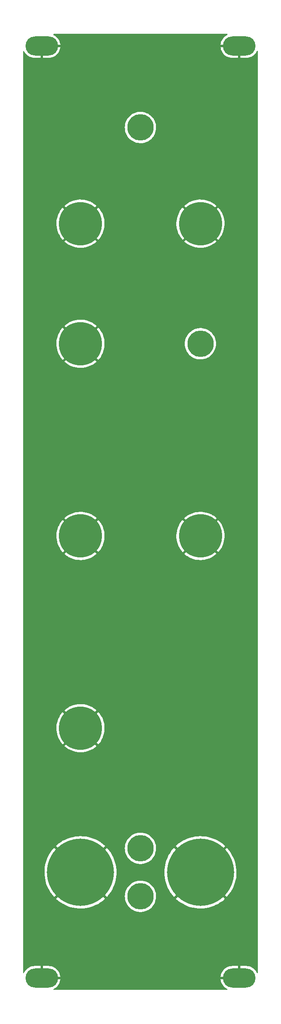
<source format=gbl>
G04 #@! TF.GenerationSoftware,KiCad,Pcbnew,6.0.2-378541a8eb~116~ubuntu20.04.1*
G04 #@! TF.CreationDate,2022-03-12T15:32:27-05:00*
G04 #@! TF.ProjectId,irinput_panel,6972696e-7075-4745-9f70-616e656c2e6b,rev?*
G04 #@! TF.SameCoordinates,Original*
G04 #@! TF.FileFunction,Copper,L2,Bot*
G04 #@! TF.FilePolarity,Positive*
%FSLAX46Y46*%
G04 Gerber Fmt 4.6, Leading zero omitted, Abs format (unit mm)*
G04 Created by KiCad (PCBNEW 6.0.2-378541a8eb~116~ubuntu20.04.1) date 2022-03-12 15:32:27*
%MOMM*%
%LPD*%
G01*
G04 APERTURE LIST*
G04 #@! TA.AperFunction,ComponentPad*
%ADD10C,9.000000*%
G04 #@! TD*
G04 #@! TA.AperFunction,ComponentPad*
%ADD11C,14.000000*%
G04 #@! TD*
G04 #@! TA.AperFunction,ComponentPad*
%ADD12C,5.500000*%
G04 #@! TD*
G04 #@! TA.AperFunction,ComponentPad*
%ADD13O,6.800000X4.000000*%
G04 #@! TD*
G04 APERTURE END LIST*
D10*
G04 #@! TO.P,H7,1*
G04 #@! TO.N,GND*
X16100000Y-112600000D03*
G04 #@! TD*
G04 #@! TO.P,H4,1*
G04 #@! TO.N,GND*
X16100000Y-152600000D03*
G04 #@! TD*
D11*
G04 #@! TO.P,H1,1*
G04 #@! TO.N,GND*
X16100000Y-182600000D03*
G04 #@! TD*
D12*
G04 #@! TO.P,H8,1*
G04 #@! TO.N,N/C*
X28600000Y-27600000D03*
G04 #@! TD*
D11*
G04 #@! TO.P,H2,1*
G04 #@! TO.N,GND*
X41100000Y-182600000D03*
G04 #@! TD*
D10*
G04 #@! TO.P,H3,1*
G04 #@! TO.N,GND*
X16100000Y-47600000D03*
G04 #@! TD*
G04 #@! TO.P,H5,1*
G04 #@! TO.N,GND*
X16100000Y-72600000D03*
G04 #@! TD*
D12*
G04 #@! TO.P,H9,1*
G04 #@! TO.N,N/C*
X28600000Y-187600000D03*
G04 #@! TD*
D10*
G04 #@! TO.P,H12,1*
G04 #@! TO.N,GND*
X41100000Y-47600000D03*
G04 #@! TD*
D13*
G04 #@! TO.P,H14,1*
G04 #@! TO.N,GND*
X8000000Y-204600000D03*
X8000000Y-10600000D03*
G04 #@! TD*
D10*
G04 #@! TO.P,H6,1*
G04 #@! TO.N,GND*
X41100000Y-112600000D03*
G04 #@! TD*
D12*
G04 #@! TO.P,H10,1*
G04 #@! TO.N,N/C*
X28600000Y-177600000D03*
G04 #@! TD*
G04 #@! TO.P,H11,1*
G04 #@! TO.N,N/C*
X41100000Y-72600000D03*
G04 #@! TD*
D13*
G04 #@! TO.P,H13,1*
G04 #@! TO.N,GND*
X49200000Y-204600000D03*
X49200000Y-10600000D03*
G04 #@! TD*
G04 #@! TA.AperFunction,Conductor*
G04 #@! TO.N,GND*
G36*
X46709823Y-8128002D02*
G01*
X46756316Y-8181658D01*
X46766420Y-8251932D01*
X46736926Y-8316512D01*
X46695350Y-8348008D01*
X46592959Y-8396189D01*
X46586026Y-8400001D01*
X46326271Y-8564847D01*
X46319868Y-8569498D01*
X46082813Y-8765607D01*
X46077046Y-8771023D01*
X45866443Y-8995293D01*
X45861404Y-9001384D01*
X45680570Y-9250281D01*
X45676330Y-9256961D01*
X45528110Y-9526572D01*
X45524753Y-9533707D01*
X45411492Y-9819770D01*
X45409047Y-9827296D01*
X45332538Y-10125279D01*
X45331055Y-10133050D01*
X45306425Y-10328026D01*
X45308728Y-10342306D01*
X45321720Y-10346000D01*
X49328000Y-10346000D01*
X49396121Y-10366002D01*
X49442614Y-10419658D01*
X49454000Y-10472000D01*
X49454000Y-13089885D01*
X49458475Y-13105124D01*
X49459865Y-13106329D01*
X49467548Y-13108000D01*
X50676829Y-13108000D01*
X50680820Y-13107874D01*
X50910994Y-13093393D01*
X50918855Y-13092400D01*
X51221046Y-13034754D01*
X51228723Y-13032783D01*
X51521309Y-12937716D01*
X51528672Y-12934801D01*
X51807041Y-12803811D01*
X51813974Y-12799999D01*
X52073729Y-12635153D01*
X52080132Y-12630502D01*
X52317187Y-12434393D01*
X52322954Y-12428977D01*
X52533557Y-12204707D01*
X52538596Y-12198616D01*
X52719430Y-11949719D01*
X52723670Y-11943039D01*
X52855585Y-11703086D01*
X52905931Y-11653027D01*
X52975348Y-11638134D01*
X53041797Y-11663135D01*
X53084181Y-11720092D01*
X53092000Y-11763787D01*
X53092000Y-203436213D01*
X53071998Y-203504334D01*
X53018342Y-203550827D01*
X52948068Y-203560931D01*
X52883488Y-203531437D01*
X52855585Y-203496914D01*
X52723670Y-203256961D01*
X52719430Y-203250281D01*
X52538596Y-203001384D01*
X52533557Y-202995293D01*
X52322954Y-202771023D01*
X52317187Y-202765607D01*
X52080132Y-202569498D01*
X52073729Y-202564847D01*
X51813974Y-202400001D01*
X51807041Y-202396189D01*
X51528672Y-202265199D01*
X51521309Y-202262284D01*
X51228723Y-202167217D01*
X51221046Y-202165246D01*
X50918855Y-202107600D01*
X50910994Y-202106607D01*
X50680820Y-202092126D01*
X50676829Y-202092000D01*
X49472115Y-202092000D01*
X49456876Y-202096475D01*
X49455671Y-202097865D01*
X49454000Y-202105548D01*
X49454000Y-204728000D01*
X49433998Y-204796121D01*
X49380342Y-204842614D01*
X49328000Y-204854000D01*
X45322269Y-204854000D01*
X45308392Y-204858075D01*
X45306355Y-204871426D01*
X45331055Y-205066950D01*
X45332538Y-205074721D01*
X45409047Y-205372704D01*
X45411492Y-205380230D01*
X45524753Y-205666293D01*
X45528110Y-205673428D01*
X45676330Y-205943039D01*
X45680570Y-205949719D01*
X45861404Y-206198616D01*
X45866443Y-206204707D01*
X46077046Y-206428977D01*
X46082813Y-206434393D01*
X46319868Y-206630502D01*
X46326271Y-206635153D01*
X46586026Y-206799999D01*
X46592959Y-206803811D01*
X46695350Y-206851992D01*
X46748471Y-206899095D01*
X46767694Y-206967439D01*
X46746915Y-207035327D01*
X46692732Y-207081204D01*
X46641702Y-207092000D01*
X10558298Y-207092000D01*
X10490177Y-207071998D01*
X10443684Y-207018342D01*
X10433580Y-206948068D01*
X10463074Y-206883488D01*
X10504650Y-206851992D01*
X10607041Y-206803811D01*
X10613974Y-206799999D01*
X10873729Y-206635153D01*
X10880132Y-206630502D01*
X11117187Y-206434393D01*
X11122954Y-206428977D01*
X11333557Y-206204707D01*
X11338596Y-206198616D01*
X11519430Y-205949719D01*
X11523670Y-205943039D01*
X11671890Y-205673428D01*
X11675247Y-205666293D01*
X11788508Y-205380230D01*
X11790953Y-205372704D01*
X11867462Y-205074721D01*
X11868945Y-205066950D01*
X11893575Y-204871974D01*
X11891272Y-204857694D01*
X11878280Y-204854000D01*
X7872000Y-204854000D01*
X7803879Y-204833998D01*
X7757386Y-204780342D01*
X7746000Y-204728000D01*
X7746000Y-204327885D01*
X8254000Y-204327885D01*
X8258475Y-204343124D01*
X8259865Y-204344329D01*
X8267548Y-204346000D01*
X11877731Y-204346000D01*
X11891608Y-204341925D01*
X11893645Y-204328574D01*
X11893576Y-204328026D01*
X45306425Y-204328026D01*
X45308728Y-204342306D01*
X45321720Y-204346000D01*
X48927885Y-204346000D01*
X48943124Y-204341525D01*
X48944329Y-204340135D01*
X48946000Y-204332452D01*
X48946000Y-202110115D01*
X48941525Y-202094876D01*
X48940135Y-202093671D01*
X48932452Y-202092000D01*
X47723171Y-202092000D01*
X47719180Y-202092126D01*
X47489006Y-202106607D01*
X47481145Y-202107600D01*
X47178954Y-202165246D01*
X47171277Y-202167217D01*
X46878691Y-202262284D01*
X46871328Y-202265199D01*
X46592959Y-202396189D01*
X46586026Y-202400001D01*
X46326271Y-202564847D01*
X46319868Y-202569498D01*
X46082813Y-202765607D01*
X46077046Y-202771023D01*
X45866443Y-202995293D01*
X45861404Y-203001384D01*
X45680570Y-203250281D01*
X45676330Y-203256961D01*
X45528110Y-203526572D01*
X45524753Y-203533707D01*
X45411492Y-203819770D01*
X45409047Y-203827296D01*
X45332538Y-204125279D01*
X45331055Y-204133050D01*
X45306425Y-204328026D01*
X11893576Y-204328026D01*
X11868945Y-204133050D01*
X11867462Y-204125279D01*
X11790953Y-203827296D01*
X11788508Y-203819770D01*
X11675247Y-203533707D01*
X11671890Y-203526572D01*
X11523670Y-203256961D01*
X11519430Y-203250281D01*
X11338596Y-203001384D01*
X11333557Y-202995293D01*
X11122954Y-202771023D01*
X11117187Y-202765607D01*
X10880132Y-202569498D01*
X10873729Y-202564847D01*
X10613974Y-202400001D01*
X10607041Y-202396189D01*
X10328672Y-202265199D01*
X10321309Y-202262284D01*
X10028723Y-202167217D01*
X10021046Y-202165246D01*
X9718855Y-202107600D01*
X9710994Y-202106607D01*
X9480820Y-202092126D01*
X9476829Y-202092000D01*
X8272115Y-202092000D01*
X8256876Y-202096475D01*
X8255671Y-202097865D01*
X8254000Y-202105548D01*
X8254000Y-204327885D01*
X7746000Y-204327885D01*
X7746000Y-202110115D01*
X7741525Y-202094876D01*
X7740135Y-202093671D01*
X7732452Y-202092000D01*
X6523171Y-202092000D01*
X6519180Y-202092126D01*
X6289006Y-202106607D01*
X6281145Y-202107600D01*
X5978954Y-202165246D01*
X5971277Y-202167217D01*
X5678691Y-202262284D01*
X5671328Y-202265199D01*
X5392959Y-202396189D01*
X5386026Y-202400001D01*
X5126271Y-202564847D01*
X5119868Y-202569498D01*
X4882813Y-202765607D01*
X4877046Y-202771023D01*
X4666443Y-202995293D01*
X4661404Y-203001384D01*
X4480570Y-203250281D01*
X4476330Y-203256961D01*
X4344415Y-203496914D01*
X4294069Y-203546973D01*
X4224652Y-203561866D01*
X4158203Y-203536865D01*
X4115819Y-203479908D01*
X4108000Y-203436213D01*
X4108000Y-188087102D01*
X10978438Y-188087102D01*
X10978462Y-188087441D01*
X10984285Y-188096073D01*
X11228991Y-188319913D01*
X11232445Y-188322852D01*
X11650430Y-188653550D01*
X11654067Y-188656222D01*
X12094618Y-188956182D01*
X12098446Y-188958593D01*
X12559337Y-189226300D01*
X12563309Y-189228421D01*
X13042148Y-189462483D01*
X13046284Y-189464325D01*
X13540627Y-189663551D01*
X13544871Y-189665087D01*
X14052218Y-189828467D01*
X14056539Y-189829689D01*
X14574254Y-189956374D01*
X14578695Y-189957294D01*
X15104141Y-190046637D01*
X15108595Y-190047232D01*
X15639106Y-190098782D01*
X15643579Y-190099056D01*
X16176427Y-190112543D01*
X16180930Y-190112496D01*
X16713352Y-190087853D01*
X16717836Y-190087485D01*
X17247152Y-190024836D01*
X17251591Y-190024149D01*
X17775087Y-189923814D01*
X17779446Y-189922815D01*
X18294414Y-189785311D01*
X18298727Y-189783992D01*
X18802525Y-189610028D01*
X18806740Y-189608402D01*
X19296805Y-189398866D01*
X19300892Y-189396943D01*
X19774731Y-189152900D01*
X19778658Y-189150696D01*
X20233828Y-188873404D01*
X20237624Y-188870901D01*
X20671786Y-188561788D01*
X20675372Y-188559036D01*
X21086362Y-188219640D01*
X21089705Y-188216672D01*
X21213630Y-188098453D01*
X21221568Y-188084695D01*
X21221518Y-188083649D01*
X21216625Y-188075835D01*
X16112812Y-182972022D01*
X16098868Y-182964408D01*
X16097035Y-182964539D01*
X16090420Y-182968790D01*
X10986052Y-188073158D01*
X10978438Y-188087102D01*
X4108000Y-188087102D01*
X4108000Y-182650201D01*
X8587236Y-182650201D01*
X8587267Y-182654699D01*
X8610052Y-183187215D01*
X8610404Y-183191696D01*
X8671206Y-183721240D01*
X8671874Y-183725659D01*
X8770381Y-184249497D01*
X8771370Y-184253884D01*
X8907070Y-184769308D01*
X8908381Y-184773648D01*
X9080581Y-185278039D01*
X9082188Y-185282249D01*
X9290028Y-185773079D01*
X9291917Y-185777129D01*
X9534314Y-186251836D01*
X9536507Y-186255776D01*
X9812217Y-186711925D01*
X9814678Y-186715685D01*
X10122290Y-187150947D01*
X10125036Y-187154552D01*
X10462987Y-187566712D01*
X10465944Y-187570066D01*
X10601751Y-187713428D01*
X10615482Y-187721415D01*
X10616410Y-187721374D01*
X10624399Y-187716391D01*
X15727978Y-182612812D01*
X15734356Y-182601132D01*
X16464408Y-182601132D01*
X16464539Y-182602965D01*
X16468790Y-182609580D01*
X21573389Y-187714179D01*
X21587333Y-187721793D01*
X21587556Y-187721778D01*
X21596338Y-187715831D01*
X21711898Y-187588609D01*
X25336734Y-187588609D01*
X25354591Y-187941106D01*
X25355128Y-187944461D01*
X25355129Y-187944467D01*
X25393957Y-188186878D01*
X25410412Y-188289613D01*
X25503546Y-188630053D01*
X25632903Y-188958443D01*
X25634486Y-188961458D01*
X25795384Y-189267926D01*
X25795389Y-189267934D01*
X25796968Y-189270942D01*
X25798862Y-189273760D01*
X25798867Y-189273769D01*
X25818518Y-189303012D01*
X25993824Y-189563895D01*
X26221167Y-189833873D01*
X26223627Y-189836224D01*
X26223630Y-189836227D01*
X26473875Y-190075366D01*
X26473882Y-190075372D01*
X26476338Y-190077719D01*
X26756351Y-190292581D01*
X26759269Y-190294355D01*
X27055017Y-190474173D01*
X27055022Y-190474176D01*
X27057932Y-190475945D01*
X27061020Y-190477391D01*
X27061019Y-190477391D01*
X27374468Y-190624222D01*
X27374478Y-190624226D01*
X27377552Y-190625666D01*
X27380770Y-190626768D01*
X27380773Y-190626769D01*
X27708241Y-190738887D01*
X27708245Y-190738888D01*
X27711472Y-190739993D01*
X27714802Y-190740743D01*
X27714811Y-190740746D01*
X27958164Y-190795587D01*
X28055786Y-190817587D01*
X28059171Y-190817973D01*
X28059179Y-190817974D01*
X28403083Y-190857157D01*
X28403091Y-190857157D01*
X28406466Y-190857542D01*
X28409870Y-190857560D01*
X28409873Y-190857560D01*
X28601627Y-190858564D01*
X28759411Y-190859390D01*
X28762797Y-190859040D01*
X28762799Y-190859040D01*
X29107098Y-190823461D01*
X29107107Y-190823460D01*
X29110490Y-190823110D01*
X29113823Y-190822396D01*
X29113826Y-190822395D01*
X29283692Y-190785979D01*
X29455598Y-190749125D01*
X29790697Y-190638301D01*
X30111867Y-190491936D01*
X30205405Y-190436397D01*
X30412407Y-190313489D01*
X30412412Y-190313486D01*
X30415352Y-190311740D01*
X30440870Y-190292581D01*
X30694867Y-190101874D01*
X30697600Y-190099822D01*
X30955310Y-189858661D01*
X31185468Y-189591078D01*
X31385380Y-189300203D01*
X31386992Y-189297209D01*
X31386997Y-189297201D01*
X31551087Y-188992452D01*
X31552709Y-188989440D01*
X31685498Y-188662422D01*
X31693816Y-188633223D01*
X31781257Y-188326254D01*
X31782191Y-188322976D01*
X31822510Y-188087102D01*
X35978438Y-188087102D01*
X35978462Y-188087441D01*
X35984285Y-188096073D01*
X36228991Y-188319913D01*
X36232445Y-188322852D01*
X36650430Y-188653550D01*
X36654067Y-188656222D01*
X37094618Y-188956182D01*
X37098446Y-188958593D01*
X37559337Y-189226300D01*
X37563309Y-189228421D01*
X38042148Y-189462483D01*
X38046284Y-189464325D01*
X38540627Y-189663551D01*
X38544871Y-189665087D01*
X39052218Y-189828467D01*
X39056539Y-189829689D01*
X39574254Y-189956374D01*
X39578695Y-189957294D01*
X40104141Y-190046637D01*
X40108595Y-190047232D01*
X40639106Y-190098782D01*
X40643579Y-190099056D01*
X41176427Y-190112543D01*
X41180930Y-190112496D01*
X41713352Y-190087853D01*
X41717836Y-190087485D01*
X42247152Y-190024836D01*
X42251591Y-190024149D01*
X42775087Y-189923814D01*
X42779446Y-189922815D01*
X43294414Y-189785311D01*
X43298727Y-189783992D01*
X43802525Y-189610028D01*
X43806740Y-189608402D01*
X44296805Y-189398866D01*
X44300892Y-189396943D01*
X44774731Y-189152900D01*
X44778658Y-189150696D01*
X45233828Y-188873404D01*
X45237624Y-188870901D01*
X45671786Y-188561788D01*
X45675372Y-188559036D01*
X46086362Y-188219640D01*
X46089705Y-188216672D01*
X46213630Y-188098453D01*
X46221568Y-188084695D01*
X46221518Y-188083649D01*
X46216625Y-188075835D01*
X41112812Y-182972022D01*
X41098868Y-182964408D01*
X41097035Y-182964539D01*
X41090420Y-182968790D01*
X35986052Y-188073158D01*
X35978438Y-188087102D01*
X31822510Y-188087102D01*
X31823100Y-188083649D01*
X31841087Y-187978420D01*
X31841087Y-187978418D01*
X31841659Y-187975073D01*
X31843945Y-187937711D01*
X31863096Y-187624580D01*
X31863206Y-187622782D01*
X31863286Y-187600000D01*
X31844199Y-187247567D01*
X31787161Y-186899257D01*
X31692839Y-186559145D01*
X31689849Y-186551630D01*
X31563597Y-186234372D01*
X31562338Y-186231208D01*
X31397182Y-185919283D01*
X31390579Y-185909530D01*
X31201211Y-185629834D01*
X31201204Y-185629825D01*
X31199305Y-185627020D01*
X31197109Y-185624430D01*
X31197104Y-185624424D01*
X31108715Y-185520201D01*
X30971021Y-185357837D01*
X30715001Y-185114883D01*
X30712294Y-185112821D01*
X30712286Y-185112814D01*
X30553809Y-184992088D01*
X30434239Y-184901000D01*
X30132020Y-184718689D01*
X30128930Y-184717255D01*
X30128925Y-184717252D01*
X29924903Y-184622549D01*
X29811879Y-184570085D01*
X29808654Y-184568993D01*
X29808648Y-184568991D01*
X29480798Y-184458020D01*
X29480793Y-184458018D01*
X29477562Y-184456925D01*
X29463832Y-184453881D01*
X29394730Y-184438562D01*
X29132979Y-184380533D01*
X29008353Y-184366774D01*
X28785543Y-184342175D01*
X28785538Y-184342175D01*
X28782162Y-184341802D01*
X28778763Y-184341796D01*
X28778762Y-184341796D01*
X28612289Y-184341506D01*
X28429213Y-184341186D01*
X28298206Y-184355187D01*
X28081646Y-184378330D01*
X28081640Y-184378331D01*
X28078262Y-184378692D01*
X27733414Y-184453881D01*
X27398704Y-184565873D01*
X27078047Y-184713359D01*
X26775194Y-184894613D01*
X26493687Y-185107515D01*
X26236820Y-185349574D01*
X26007598Y-185617959D01*
X25808702Y-185909530D01*
X25642458Y-186220876D01*
X25641183Y-186224048D01*
X25641181Y-186224052D01*
X25637033Y-186234372D01*
X25510813Y-186548355D01*
X25509894Y-186551623D01*
X25509892Y-186551630D01*
X25464835Y-186711925D01*
X25415304Y-186888136D01*
X25414743Y-186891489D01*
X25414742Y-186891493D01*
X25357614Y-187232880D01*
X25357051Y-187236245D01*
X25336734Y-187588609D01*
X21711898Y-187588609D01*
X21836905Y-187450987D01*
X21839793Y-187447570D01*
X22169044Y-187028414D01*
X22171701Y-187024771D01*
X22470130Y-186583164D01*
X22472526Y-186579329D01*
X22738617Y-186117514D01*
X22740726Y-186113531D01*
X22973116Y-185633878D01*
X22974941Y-185629741D01*
X23172446Y-185134690D01*
X23173961Y-185130460D01*
X23335567Y-184622549D01*
X23336781Y-184618202D01*
X23461661Y-184100034D01*
X23462555Y-184095638D01*
X23550064Y-183569885D01*
X23550649Y-183565380D01*
X23600363Y-183034517D01*
X23600613Y-183030439D01*
X23611566Y-182650201D01*
X33587236Y-182650201D01*
X33587267Y-182654699D01*
X33610052Y-183187215D01*
X33610404Y-183191696D01*
X33671206Y-183721240D01*
X33671874Y-183725659D01*
X33770381Y-184249497D01*
X33771370Y-184253884D01*
X33907070Y-184769308D01*
X33908381Y-184773648D01*
X34080581Y-185278039D01*
X34082188Y-185282249D01*
X34290028Y-185773079D01*
X34291917Y-185777129D01*
X34534314Y-186251836D01*
X34536507Y-186255776D01*
X34812217Y-186711925D01*
X34814678Y-186715685D01*
X35122290Y-187150947D01*
X35125036Y-187154552D01*
X35462987Y-187566712D01*
X35465944Y-187570066D01*
X35601751Y-187713428D01*
X35615482Y-187721415D01*
X35616410Y-187721374D01*
X35624399Y-187716391D01*
X40727978Y-182612812D01*
X40734356Y-182601132D01*
X41464408Y-182601132D01*
X41464539Y-182602965D01*
X41468790Y-182609580D01*
X46573389Y-187714179D01*
X46587333Y-187721793D01*
X46587556Y-187721778D01*
X46596338Y-187715831D01*
X46836905Y-187450987D01*
X46839793Y-187447570D01*
X47169044Y-187028414D01*
X47171701Y-187024771D01*
X47470130Y-186583164D01*
X47472526Y-186579329D01*
X47738617Y-186117514D01*
X47740726Y-186113531D01*
X47973116Y-185633878D01*
X47974941Y-185629741D01*
X48172446Y-185134690D01*
X48173961Y-185130460D01*
X48335567Y-184622549D01*
X48336781Y-184618202D01*
X48461661Y-184100034D01*
X48462555Y-184095638D01*
X48550064Y-183569885D01*
X48550649Y-183565380D01*
X48600363Y-183034517D01*
X48600613Y-183030439D01*
X48612954Y-182602024D01*
X48612939Y-182597967D01*
X48593866Y-182065096D01*
X48593544Y-182060601D01*
X48536442Y-181530662D01*
X48535800Y-181526211D01*
X48440955Y-181001710D01*
X48439999Y-180997327D01*
X48307892Y-180480933D01*
X48306630Y-180476645D01*
X48137938Y-179971015D01*
X48136370Y-179966818D01*
X47931966Y-179474558D01*
X47930088Y-179470456D01*
X47691023Y-178994094D01*
X47688855Y-178990133D01*
X47416347Y-178532090D01*
X47413891Y-178528279D01*
X47109331Y-178090890D01*
X47106624Y-178087284D01*
X46771552Y-177672765D01*
X46768609Y-177669380D01*
X46598034Y-177486780D01*
X46584361Y-177478698D01*
X46583667Y-177478724D01*
X46575320Y-177483890D01*
X41472022Y-182587188D01*
X41464408Y-182601132D01*
X40734356Y-182601132D01*
X40735592Y-182598868D01*
X40735461Y-182597035D01*
X40731210Y-182590420D01*
X35627007Y-177486217D01*
X35613063Y-177478603D01*
X35612606Y-177478635D01*
X35604130Y-177484332D01*
X35397104Y-177709077D01*
X35394190Y-177712477D01*
X35062015Y-178129331D01*
X35059344Y-178132941D01*
X34757831Y-178572465D01*
X34755409Y-178576283D01*
X34486107Y-179036216D01*
X34483964Y-179040196D01*
X34248233Y-179518211D01*
X34246376Y-179522343D01*
X34045427Y-180015984D01*
X34043874Y-180020230D01*
X33878729Y-180526984D01*
X33877484Y-180531326D01*
X33748991Y-181048608D01*
X33748067Y-181052991D01*
X33656885Y-181578152D01*
X33656274Y-181582609D01*
X33602873Y-182112930D01*
X33602583Y-182117413D01*
X33587236Y-182650201D01*
X23611566Y-182650201D01*
X23612954Y-182602024D01*
X23612939Y-182597967D01*
X23593866Y-182065096D01*
X23593544Y-182060601D01*
X23536442Y-181530662D01*
X23535800Y-181526211D01*
X23440955Y-181001710D01*
X23439999Y-180997327D01*
X23307892Y-180480933D01*
X23306630Y-180476645D01*
X23137938Y-179971015D01*
X23136370Y-179966818D01*
X22931966Y-179474558D01*
X22930088Y-179470456D01*
X22691023Y-178994094D01*
X22688855Y-178990133D01*
X22416347Y-178532090D01*
X22413891Y-178528279D01*
X22109331Y-178090890D01*
X22106624Y-178087284D01*
X21771552Y-177672765D01*
X21768609Y-177669380D01*
X21693157Y-177588609D01*
X25336734Y-177588609D01*
X25354591Y-177941106D01*
X25355128Y-177944461D01*
X25355129Y-177944467D01*
X25393957Y-178186878D01*
X25410412Y-178289613D01*
X25503546Y-178630053D01*
X25632903Y-178958443D01*
X25634486Y-178961458D01*
X25795384Y-179267926D01*
X25795389Y-179267934D01*
X25796968Y-179270942D01*
X25798862Y-179273760D01*
X25798867Y-179273769D01*
X25933792Y-179474558D01*
X25993824Y-179563895D01*
X26221167Y-179833873D01*
X26223627Y-179836224D01*
X26223630Y-179836227D01*
X26473875Y-180075366D01*
X26473882Y-180075372D01*
X26476338Y-180077719D01*
X26756351Y-180292581D01*
X26759269Y-180294355D01*
X27055017Y-180474173D01*
X27055022Y-180474176D01*
X27057932Y-180475945D01*
X27061020Y-180477391D01*
X27061019Y-180477391D01*
X27374468Y-180624222D01*
X27374478Y-180624226D01*
X27377552Y-180625666D01*
X27380770Y-180626768D01*
X27380773Y-180626769D01*
X27708241Y-180738887D01*
X27708245Y-180738888D01*
X27711472Y-180739993D01*
X27714802Y-180740743D01*
X27714811Y-180740746D01*
X27958164Y-180795587D01*
X28055786Y-180817587D01*
X28059171Y-180817973D01*
X28059179Y-180817974D01*
X28403083Y-180857157D01*
X28403091Y-180857157D01*
X28406466Y-180857542D01*
X28409870Y-180857560D01*
X28409873Y-180857560D01*
X28601627Y-180858564D01*
X28759411Y-180859390D01*
X28762797Y-180859040D01*
X28762799Y-180859040D01*
X29107098Y-180823461D01*
X29107107Y-180823460D01*
X29110490Y-180823110D01*
X29113823Y-180822396D01*
X29113826Y-180822395D01*
X29283692Y-180785979D01*
X29455598Y-180749125D01*
X29790697Y-180638301D01*
X30111867Y-180491936D01*
X30205405Y-180436397D01*
X30412407Y-180313489D01*
X30412412Y-180313486D01*
X30415352Y-180311740D01*
X30440870Y-180292581D01*
X30694867Y-180101874D01*
X30697600Y-180099822D01*
X30955310Y-179858661D01*
X31185468Y-179591078D01*
X31385380Y-179300203D01*
X31386992Y-179297209D01*
X31386997Y-179297201D01*
X31551087Y-178992452D01*
X31552709Y-178989440D01*
X31685498Y-178662422D01*
X31693816Y-178633223D01*
X31781257Y-178326254D01*
X31782191Y-178322976D01*
X31821862Y-178090890D01*
X31841087Y-177978420D01*
X31841087Y-177978418D01*
X31841659Y-177975073D01*
X31843945Y-177937711D01*
X31863096Y-177624580D01*
X31863206Y-177622782D01*
X31863286Y-177600000D01*
X31844199Y-177247567D01*
X31822587Y-177115591D01*
X35978674Y-177115591D01*
X35978707Y-177116404D01*
X35983783Y-177124573D01*
X41087188Y-182227978D01*
X41101132Y-182235592D01*
X41102965Y-182235461D01*
X41109580Y-182231210D01*
X46213682Y-177127108D01*
X46221296Y-177113164D01*
X46221255Y-177112590D01*
X46215684Y-177104268D01*
X46010818Y-176914228D01*
X46007387Y-176911267D01*
X45591729Y-176577666D01*
X45588115Y-176574972D01*
X45149654Y-176271933D01*
X45145835Y-176269490D01*
X44686846Y-175998585D01*
X44682877Y-175996430D01*
X44205679Y-175759028D01*
X44201575Y-175757166D01*
X43708610Y-175554483D01*
X43704395Y-175552924D01*
X43198199Y-175386006D01*
X43193883Y-175384752D01*
X42677042Y-175254451D01*
X42672665Y-175253513D01*
X42147822Y-175160496D01*
X42143365Y-175159870D01*
X41613241Y-175104620D01*
X41608747Y-175104313D01*
X41076027Y-175087107D01*
X41071530Y-175087122D01*
X40538927Y-175108048D01*
X40534451Y-175108384D01*
X40004713Y-175167336D01*
X40000261Y-175167994D01*
X39476106Y-175264667D01*
X39471701Y-175265643D01*
X38955801Y-175399545D01*
X38951490Y-175400830D01*
X38446471Y-175571278D01*
X38442259Y-175572870D01*
X37950723Y-175778988D01*
X37946647Y-175780871D01*
X37471109Y-176021605D01*
X37467158Y-176023786D01*
X37010063Y-176297893D01*
X37006267Y-176300358D01*
X36569930Y-176606452D01*
X36566347Y-176609162D01*
X36153007Y-176945674D01*
X36149617Y-176948642D01*
X35986708Y-177101891D01*
X35978674Y-177115591D01*
X31822587Y-177115591D01*
X31787161Y-176899257D01*
X31692839Y-176559145D01*
X31689849Y-176551630D01*
X31563597Y-176234372D01*
X31562338Y-176231208D01*
X31397182Y-175919283D01*
X31390579Y-175909530D01*
X31201211Y-175629834D01*
X31201204Y-175629825D01*
X31199305Y-175627020D01*
X31197109Y-175624430D01*
X31197104Y-175624424D01*
X31108715Y-175520201D01*
X30971021Y-175357837D01*
X30715001Y-175114883D01*
X30712294Y-175112821D01*
X30712286Y-175112814D01*
X30553809Y-174992088D01*
X30434239Y-174901000D01*
X30132020Y-174718689D01*
X30128930Y-174717255D01*
X30128925Y-174717252D01*
X29971950Y-174644387D01*
X29811879Y-174570085D01*
X29808654Y-174568993D01*
X29808648Y-174568991D01*
X29480798Y-174458020D01*
X29480793Y-174458018D01*
X29477562Y-174456925D01*
X29463832Y-174453881D01*
X29394730Y-174438562D01*
X29132979Y-174380533D01*
X29008353Y-174366774D01*
X28785543Y-174342175D01*
X28785538Y-174342175D01*
X28782162Y-174341802D01*
X28778763Y-174341796D01*
X28778762Y-174341796D01*
X28612289Y-174341506D01*
X28429213Y-174341186D01*
X28298206Y-174355187D01*
X28081646Y-174378330D01*
X28081640Y-174378331D01*
X28078262Y-174378692D01*
X27733414Y-174453881D01*
X27398704Y-174565873D01*
X27078047Y-174713359D01*
X26775194Y-174894613D01*
X26493687Y-175107515D01*
X26236820Y-175349574D01*
X26234608Y-175352164D01*
X26234607Y-175352165D01*
X26047467Y-175571278D01*
X26007598Y-175617959D01*
X25808702Y-175909530D01*
X25642458Y-176220876D01*
X25641183Y-176224048D01*
X25641181Y-176224052D01*
X25610507Y-176300358D01*
X25510813Y-176548355D01*
X25509894Y-176551623D01*
X25509892Y-176551630D01*
X25416225Y-176884858D01*
X25415304Y-176888136D01*
X25414743Y-176891489D01*
X25414742Y-176891493D01*
X25377241Y-177115591D01*
X25357051Y-177236245D01*
X25336734Y-177588609D01*
X21693157Y-177588609D01*
X21598034Y-177486780D01*
X21584361Y-177478698D01*
X21583667Y-177478724D01*
X21575320Y-177483890D01*
X16472022Y-182587188D01*
X16464408Y-182601132D01*
X15734356Y-182601132D01*
X15735592Y-182598868D01*
X15735461Y-182597035D01*
X15731210Y-182590420D01*
X10627007Y-177486217D01*
X10613063Y-177478603D01*
X10612606Y-177478635D01*
X10604130Y-177484332D01*
X10397104Y-177709077D01*
X10394190Y-177712477D01*
X10062015Y-178129331D01*
X10059344Y-178132941D01*
X9757831Y-178572465D01*
X9755409Y-178576283D01*
X9486107Y-179036216D01*
X9483964Y-179040196D01*
X9248233Y-179518211D01*
X9246376Y-179522343D01*
X9045427Y-180015984D01*
X9043874Y-180020230D01*
X8878729Y-180526984D01*
X8877484Y-180531326D01*
X8748991Y-181048608D01*
X8748067Y-181052991D01*
X8656885Y-181578152D01*
X8656274Y-181582609D01*
X8602873Y-182112930D01*
X8602583Y-182117413D01*
X8587236Y-182650201D01*
X4108000Y-182650201D01*
X4108000Y-177115591D01*
X10978674Y-177115591D01*
X10978707Y-177116404D01*
X10983783Y-177124573D01*
X16087188Y-182227978D01*
X16101132Y-182235592D01*
X16102965Y-182235461D01*
X16109580Y-182231210D01*
X21213682Y-177127108D01*
X21221296Y-177113164D01*
X21221255Y-177112590D01*
X21215684Y-177104268D01*
X21010818Y-176914228D01*
X21007387Y-176911267D01*
X20591729Y-176577666D01*
X20588115Y-176574972D01*
X20149654Y-176271933D01*
X20145835Y-176269490D01*
X19686846Y-175998585D01*
X19682877Y-175996430D01*
X19205679Y-175759028D01*
X19201575Y-175757166D01*
X18708610Y-175554483D01*
X18704395Y-175552924D01*
X18198199Y-175386006D01*
X18193883Y-175384752D01*
X17677042Y-175254451D01*
X17672665Y-175253513D01*
X17147822Y-175160496D01*
X17143365Y-175159870D01*
X16613241Y-175104620D01*
X16608747Y-175104313D01*
X16076027Y-175087107D01*
X16071530Y-175087122D01*
X15538927Y-175108048D01*
X15534451Y-175108384D01*
X15004713Y-175167336D01*
X15000261Y-175167994D01*
X14476106Y-175264667D01*
X14471701Y-175265643D01*
X13955801Y-175399545D01*
X13951490Y-175400830D01*
X13446471Y-175571278D01*
X13442259Y-175572870D01*
X12950723Y-175778988D01*
X12946647Y-175780871D01*
X12471109Y-176021605D01*
X12467158Y-176023786D01*
X12010063Y-176297893D01*
X12006267Y-176300358D01*
X11569930Y-176606452D01*
X11566347Y-176609162D01*
X11153007Y-176945674D01*
X11149617Y-176948642D01*
X10986708Y-177101891D01*
X10978674Y-177115591D01*
X4108000Y-177115591D01*
X4108000Y-156317924D01*
X12747616Y-156317924D01*
X12747665Y-156318616D01*
X12753111Y-156326781D01*
X12842226Y-156410027D01*
X12846503Y-156413681D01*
X13193829Y-156684553D01*
X13198386Y-156687792D01*
X13568432Y-156926727D01*
X13573261Y-156929549D01*
X13963048Y-157134626D01*
X13968150Y-157137027D01*
X14374633Y-157306647D01*
X14379888Y-157308570D01*
X14799860Y-157441389D01*
X14805259Y-157442836D01*
X15235375Y-157537796D01*
X15240886Y-157538758D01*
X15677749Y-157595110D01*
X15683312Y-157595577D01*
X16123453Y-157612869D01*
X16129045Y-157612840D01*
X16568965Y-157590940D01*
X16574548Y-157590412D01*
X17010788Y-157529490D01*
X17016275Y-157528473D01*
X17445381Y-157429012D01*
X17450767Y-157427508D01*
X17869333Y-157290296D01*
X17874550Y-157288324D01*
X18279260Y-157114447D01*
X18284303Y-157112009D01*
X18671943Y-156902850D01*
X18676747Y-156899975D01*
X19044239Y-156657198D01*
X19048802Y-156653883D01*
X19393266Y-156379393D01*
X19397481Y-156375716D01*
X19445286Y-156330112D01*
X19453226Y-156316352D01*
X19453176Y-156315307D01*
X19448285Y-156307495D01*
X16112812Y-152972022D01*
X16098868Y-152964408D01*
X16097035Y-152964539D01*
X16090420Y-152968790D01*
X12755230Y-156303980D01*
X12747616Y-156317924D01*
X4108000Y-156317924D01*
X4108000Y-152471585D01*
X11088722Y-152471585D01*
X11096793Y-152911981D01*
X11097143Y-152917547D01*
X11144333Y-153355491D01*
X11145180Y-153361030D01*
X11231112Y-153793042D01*
X11232441Y-153798453D01*
X11356444Y-154221138D01*
X11358250Y-154226413D01*
X11519326Y-154636377D01*
X11521608Y-154641501D01*
X11718485Y-155035516D01*
X11721209Y-155040409D01*
X11952333Y-155415363D01*
X11955484Y-155419999D01*
X12219031Y-155772931D01*
X12222564Y-155777248D01*
X12371583Y-155943625D01*
X12385079Y-155951989D01*
X12394491Y-155946299D01*
X15727978Y-152612812D01*
X15734356Y-152601132D01*
X16464408Y-152601132D01*
X16464539Y-152602965D01*
X16468790Y-152609580D01*
X19803870Y-155944660D01*
X19817631Y-155952174D01*
X19826992Y-155945716D01*
X20010483Y-155736482D01*
X20013988Y-155732109D01*
X20273825Y-155376435D01*
X20276920Y-155371777D01*
X20504101Y-154994431D01*
X20506782Y-154989492D01*
X20699515Y-154593455D01*
X20701750Y-154588289D01*
X20858519Y-154176675D01*
X20860275Y-154171363D01*
X20979838Y-153747427D01*
X20981114Y-153741991D01*
X21062520Y-153309092D01*
X21063307Y-153303555D01*
X21105963Y-152864580D01*
X21106236Y-152860143D01*
X21112990Y-152602234D01*
X21112948Y-152597762D01*
X21093327Y-152157177D01*
X21092829Y-152151590D01*
X21034193Y-151715047D01*
X21033200Y-151709524D01*
X20935990Y-151279920D01*
X20934517Y-151274533D01*
X20799499Y-150855261D01*
X20797544Y-150850003D01*
X20625801Y-150444419D01*
X20623382Y-150439348D01*
X20416253Y-150050614D01*
X20413418Y-150045819D01*
X20172538Y-149677013D01*
X20169287Y-149672489D01*
X19896582Y-149326564D01*
X19892934Y-149322338D01*
X19829587Y-149255233D01*
X19815871Y-149247222D01*
X19815000Y-149247259D01*
X19806923Y-149252287D01*
X16472022Y-152587188D01*
X16464408Y-152601132D01*
X15734356Y-152601132D01*
X15735592Y-152598868D01*
X15735461Y-152597035D01*
X15731210Y-152590420D01*
X12393542Y-149252752D01*
X12380234Y-149245485D01*
X12370195Y-149252607D01*
X12108756Y-149566953D01*
X12105361Y-149571425D01*
X11854932Y-149933765D01*
X11851953Y-149938515D01*
X11634719Y-150321695D01*
X11632188Y-150326662D01*
X11449866Y-150727656D01*
X11447788Y-150732824D01*
X11301840Y-151148426D01*
X11300219Y-151153795D01*
X11191798Y-151580705D01*
X11190664Y-151586178D01*
X11120621Y-152021044D01*
X11119976Y-152026622D01*
X11088869Y-152465964D01*
X11088722Y-152471585D01*
X4108000Y-152471585D01*
X4108000Y-148882502D01*
X12746077Y-148882502D01*
X12752184Y-148892974D01*
X16087188Y-152227978D01*
X16101132Y-152235592D01*
X16102965Y-152235461D01*
X16109580Y-152231210D01*
X19444435Y-148896355D01*
X19451998Y-148882505D01*
X19445671Y-148873283D01*
X19256913Y-148705992D01*
X19252551Y-148702459D01*
X18898262Y-148440778D01*
X18893609Y-148437651D01*
X18517453Y-148208495D01*
X18512536Y-148205791D01*
X18117488Y-148010974D01*
X18112379Y-148008732D01*
X17701563Y-147849799D01*
X17696273Y-147848019D01*
X17272954Y-147726234D01*
X17267530Y-147724932D01*
X16835068Y-147641261D01*
X16829539Y-147640445D01*
X16391353Y-147595550D01*
X16385771Y-147595228D01*
X15945346Y-147589463D01*
X15939735Y-147589639D01*
X15500541Y-147623048D01*
X15494984Y-147623720D01*
X15060504Y-147696037D01*
X15055007Y-147697205D01*
X14628680Y-147807858D01*
X14623314Y-147809510D01*
X14208509Y-147957622D01*
X14203321Y-147959739D01*
X13803311Y-148144147D01*
X13798342Y-148146711D01*
X13416308Y-148365948D01*
X13411575Y-148368951D01*
X13050545Y-148621278D01*
X13046104Y-148624686D01*
X12754521Y-148869785D01*
X12746077Y-148882502D01*
X4108000Y-148882502D01*
X4108000Y-116317924D01*
X12747616Y-116317924D01*
X12747665Y-116318616D01*
X12753111Y-116326781D01*
X12842226Y-116410027D01*
X12846503Y-116413681D01*
X13193829Y-116684553D01*
X13198386Y-116687792D01*
X13568432Y-116926727D01*
X13573261Y-116929549D01*
X13963048Y-117134626D01*
X13968150Y-117137027D01*
X14374633Y-117306647D01*
X14379888Y-117308570D01*
X14799860Y-117441389D01*
X14805259Y-117442836D01*
X15235375Y-117537796D01*
X15240886Y-117538758D01*
X15677749Y-117595110D01*
X15683312Y-117595577D01*
X16123453Y-117612869D01*
X16129045Y-117612840D01*
X16568965Y-117590940D01*
X16574548Y-117590412D01*
X17010788Y-117529490D01*
X17016275Y-117528473D01*
X17445381Y-117429012D01*
X17450767Y-117427508D01*
X17869333Y-117290296D01*
X17874550Y-117288324D01*
X18279260Y-117114447D01*
X18284303Y-117112009D01*
X18671943Y-116902850D01*
X18676747Y-116899975D01*
X19044239Y-116657198D01*
X19048802Y-116653883D01*
X19393266Y-116379393D01*
X19397481Y-116375716D01*
X19445286Y-116330112D01*
X19452319Y-116317924D01*
X37747616Y-116317924D01*
X37747665Y-116318616D01*
X37753111Y-116326781D01*
X37842226Y-116410027D01*
X37846503Y-116413681D01*
X38193829Y-116684553D01*
X38198386Y-116687792D01*
X38568432Y-116926727D01*
X38573261Y-116929549D01*
X38963048Y-117134626D01*
X38968150Y-117137027D01*
X39374633Y-117306647D01*
X39379888Y-117308570D01*
X39799860Y-117441389D01*
X39805259Y-117442836D01*
X40235375Y-117537796D01*
X40240886Y-117538758D01*
X40677749Y-117595110D01*
X40683312Y-117595577D01*
X41123453Y-117612869D01*
X41129045Y-117612840D01*
X41568965Y-117590940D01*
X41574548Y-117590412D01*
X42010788Y-117529490D01*
X42016275Y-117528473D01*
X42445381Y-117429012D01*
X42450767Y-117427508D01*
X42869333Y-117290296D01*
X42874550Y-117288324D01*
X43279260Y-117114447D01*
X43284303Y-117112009D01*
X43671943Y-116902850D01*
X43676747Y-116899975D01*
X44044239Y-116657198D01*
X44048802Y-116653883D01*
X44393266Y-116379393D01*
X44397481Y-116375716D01*
X44445286Y-116330112D01*
X44453226Y-116316352D01*
X44453176Y-116315307D01*
X44448285Y-116307495D01*
X41112812Y-112972022D01*
X41098868Y-112964408D01*
X41097035Y-112964539D01*
X41090420Y-112968790D01*
X37755230Y-116303980D01*
X37747616Y-116317924D01*
X19452319Y-116317924D01*
X19453226Y-116316352D01*
X19453176Y-116315307D01*
X19448285Y-116307495D01*
X16112812Y-112972022D01*
X16098868Y-112964408D01*
X16097035Y-112964539D01*
X16090420Y-112968790D01*
X12755230Y-116303980D01*
X12747616Y-116317924D01*
X4108000Y-116317924D01*
X4108000Y-112471585D01*
X11088722Y-112471585D01*
X11096793Y-112911981D01*
X11097143Y-112917547D01*
X11144333Y-113355491D01*
X11145180Y-113361030D01*
X11231112Y-113793042D01*
X11232441Y-113798453D01*
X11356444Y-114221138D01*
X11358250Y-114226413D01*
X11519326Y-114636377D01*
X11521608Y-114641501D01*
X11718485Y-115035516D01*
X11721209Y-115040409D01*
X11952333Y-115415363D01*
X11955484Y-115419999D01*
X12219031Y-115772931D01*
X12222564Y-115777248D01*
X12371583Y-115943625D01*
X12385079Y-115951989D01*
X12394491Y-115946299D01*
X15727978Y-112612812D01*
X15734356Y-112601132D01*
X16464408Y-112601132D01*
X16464539Y-112602965D01*
X16468790Y-112609580D01*
X19803870Y-115944660D01*
X19817631Y-115952174D01*
X19826992Y-115945716D01*
X20010483Y-115736482D01*
X20013988Y-115732109D01*
X20273825Y-115376435D01*
X20276920Y-115371777D01*
X20504101Y-114994431D01*
X20506782Y-114989492D01*
X20699515Y-114593455D01*
X20701750Y-114588289D01*
X20858519Y-114176675D01*
X20860275Y-114171363D01*
X20979838Y-113747427D01*
X20981114Y-113741991D01*
X21062520Y-113309092D01*
X21063307Y-113303555D01*
X21105963Y-112864580D01*
X21106236Y-112860143D01*
X21112990Y-112602234D01*
X21112948Y-112597762D01*
X21107329Y-112471585D01*
X36088722Y-112471585D01*
X36096793Y-112911981D01*
X36097143Y-112917547D01*
X36144333Y-113355491D01*
X36145180Y-113361030D01*
X36231112Y-113793042D01*
X36232441Y-113798453D01*
X36356444Y-114221138D01*
X36358250Y-114226413D01*
X36519326Y-114636377D01*
X36521608Y-114641501D01*
X36718485Y-115035516D01*
X36721209Y-115040409D01*
X36952333Y-115415363D01*
X36955484Y-115419999D01*
X37219031Y-115772931D01*
X37222564Y-115777248D01*
X37371583Y-115943625D01*
X37385079Y-115951989D01*
X37394491Y-115946299D01*
X40727978Y-112612812D01*
X40734356Y-112601132D01*
X41464408Y-112601132D01*
X41464539Y-112602965D01*
X41468790Y-112609580D01*
X44803870Y-115944660D01*
X44817631Y-115952174D01*
X44826992Y-115945716D01*
X45010483Y-115736482D01*
X45013988Y-115732109D01*
X45273825Y-115376435D01*
X45276920Y-115371777D01*
X45504101Y-114994431D01*
X45506782Y-114989492D01*
X45699515Y-114593455D01*
X45701750Y-114588289D01*
X45858519Y-114176675D01*
X45860275Y-114171363D01*
X45979838Y-113747427D01*
X45981114Y-113741991D01*
X46062520Y-113309092D01*
X46063307Y-113303555D01*
X46105963Y-112864580D01*
X46106236Y-112860143D01*
X46112990Y-112602234D01*
X46112948Y-112597762D01*
X46093327Y-112157177D01*
X46092829Y-112151590D01*
X46034193Y-111715047D01*
X46033200Y-111709524D01*
X45935990Y-111279920D01*
X45934517Y-111274533D01*
X45799499Y-110855261D01*
X45797544Y-110850003D01*
X45625801Y-110444419D01*
X45623382Y-110439348D01*
X45416253Y-110050614D01*
X45413418Y-110045819D01*
X45172538Y-109677013D01*
X45169287Y-109672489D01*
X44896582Y-109326564D01*
X44892934Y-109322338D01*
X44829587Y-109255233D01*
X44815871Y-109247222D01*
X44815000Y-109247259D01*
X44806923Y-109252287D01*
X41472022Y-112587188D01*
X41464408Y-112601132D01*
X40734356Y-112601132D01*
X40735592Y-112598868D01*
X40735461Y-112597035D01*
X40731210Y-112590420D01*
X37393542Y-109252752D01*
X37380234Y-109245485D01*
X37370195Y-109252607D01*
X37108756Y-109566953D01*
X37105361Y-109571425D01*
X36854932Y-109933765D01*
X36851953Y-109938515D01*
X36634719Y-110321695D01*
X36632188Y-110326662D01*
X36449866Y-110727656D01*
X36447788Y-110732824D01*
X36301840Y-111148426D01*
X36300219Y-111153795D01*
X36191798Y-111580705D01*
X36190664Y-111586178D01*
X36120621Y-112021044D01*
X36119976Y-112026622D01*
X36088869Y-112465964D01*
X36088722Y-112471585D01*
X21107329Y-112471585D01*
X21093327Y-112157177D01*
X21092829Y-112151590D01*
X21034193Y-111715047D01*
X21033200Y-111709524D01*
X20935990Y-111279920D01*
X20934517Y-111274533D01*
X20799499Y-110855261D01*
X20797544Y-110850003D01*
X20625801Y-110444419D01*
X20623382Y-110439348D01*
X20416253Y-110050614D01*
X20413418Y-110045819D01*
X20172538Y-109677013D01*
X20169287Y-109672489D01*
X19896582Y-109326564D01*
X19892934Y-109322338D01*
X19829587Y-109255233D01*
X19815871Y-109247222D01*
X19815000Y-109247259D01*
X19806923Y-109252287D01*
X16472022Y-112587188D01*
X16464408Y-112601132D01*
X15734356Y-112601132D01*
X15735592Y-112598868D01*
X15735461Y-112597035D01*
X15731210Y-112590420D01*
X12393542Y-109252752D01*
X12380234Y-109245485D01*
X12370195Y-109252607D01*
X12108756Y-109566953D01*
X12105361Y-109571425D01*
X11854932Y-109933765D01*
X11851953Y-109938515D01*
X11634719Y-110321695D01*
X11632188Y-110326662D01*
X11449866Y-110727656D01*
X11447788Y-110732824D01*
X11301840Y-111148426D01*
X11300219Y-111153795D01*
X11191798Y-111580705D01*
X11190664Y-111586178D01*
X11120621Y-112021044D01*
X11119976Y-112026622D01*
X11088869Y-112465964D01*
X11088722Y-112471585D01*
X4108000Y-112471585D01*
X4108000Y-108882502D01*
X12746077Y-108882502D01*
X12752184Y-108892974D01*
X16087188Y-112227978D01*
X16101132Y-112235592D01*
X16102965Y-112235461D01*
X16109580Y-112231210D01*
X19444435Y-108896355D01*
X19451998Y-108882505D01*
X19451996Y-108882502D01*
X37746077Y-108882502D01*
X37752184Y-108892974D01*
X41087188Y-112227978D01*
X41101132Y-112235592D01*
X41102965Y-112235461D01*
X41109580Y-112231210D01*
X44444435Y-108896355D01*
X44451998Y-108882505D01*
X44445671Y-108873283D01*
X44256913Y-108705992D01*
X44252551Y-108702459D01*
X43898262Y-108440778D01*
X43893609Y-108437651D01*
X43517453Y-108208495D01*
X43512536Y-108205791D01*
X43117488Y-108010974D01*
X43112379Y-108008732D01*
X42701563Y-107849799D01*
X42696273Y-107848019D01*
X42272954Y-107726234D01*
X42267530Y-107724932D01*
X41835068Y-107641261D01*
X41829539Y-107640445D01*
X41391353Y-107595550D01*
X41385771Y-107595228D01*
X40945346Y-107589463D01*
X40939735Y-107589639D01*
X40500541Y-107623048D01*
X40494984Y-107623720D01*
X40060504Y-107696037D01*
X40055007Y-107697205D01*
X39628680Y-107807858D01*
X39623314Y-107809510D01*
X39208509Y-107957622D01*
X39203321Y-107959739D01*
X38803311Y-108144147D01*
X38798342Y-108146711D01*
X38416308Y-108365948D01*
X38411575Y-108368951D01*
X38050545Y-108621278D01*
X38046104Y-108624686D01*
X37754521Y-108869785D01*
X37746077Y-108882502D01*
X19451996Y-108882502D01*
X19445671Y-108873283D01*
X19256913Y-108705992D01*
X19252551Y-108702459D01*
X18898262Y-108440778D01*
X18893609Y-108437651D01*
X18517453Y-108208495D01*
X18512536Y-108205791D01*
X18117488Y-108010974D01*
X18112379Y-108008732D01*
X17701563Y-107849799D01*
X17696273Y-107848019D01*
X17272954Y-107726234D01*
X17267530Y-107724932D01*
X16835068Y-107641261D01*
X16829539Y-107640445D01*
X16391353Y-107595550D01*
X16385771Y-107595228D01*
X15945346Y-107589463D01*
X15939735Y-107589639D01*
X15500541Y-107623048D01*
X15494984Y-107623720D01*
X15060504Y-107696037D01*
X15055007Y-107697205D01*
X14628680Y-107807858D01*
X14623314Y-107809510D01*
X14208509Y-107957622D01*
X14203321Y-107959739D01*
X13803311Y-108144147D01*
X13798342Y-108146711D01*
X13416308Y-108365948D01*
X13411575Y-108368951D01*
X13050545Y-108621278D01*
X13046104Y-108624686D01*
X12754521Y-108869785D01*
X12746077Y-108882502D01*
X4108000Y-108882502D01*
X4108000Y-76317924D01*
X12747616Y-76317924D01*
X12747665Y-76318616D01*
X12753111Y-76326781D01*
X12842226Y-76410027D01*
X12846503Y-76413681D01*
X13193829Y-76684553D01*
X13198386Y-76687792D01*
X13568432Y-76926727D01*
X13573261Y-76929549D01*
X13963048Y-77134626D01*
X13968150Y-77137027D01*
X14374633Y-77306647D01*
X14379888Y-77308570D01*
X14799860Y-77441389D01*
X14805259Y-77442836D01*
X15235375Y-77537796D01*
X15240886Y-77538758D01*
X15677749Y-77595110D01*
X15683312Y-77595577D01*
X16123453Y-77612869D01*
X16129045Y-77612840D01*
X16568965Y-77590940D01*
X16574548Y-77590412D01*
X17010788Y-77529490D01*
X17016275Y-77528473D01*
X17445381Y-77429012D01*
X17450767Y-77427508D01*
X17869333Y-77290296D01*
X17874550Y-77288324D01*
X18279260Y-77114447D01*
X18284303Y-77112009D01*
X18671943Y-76902850D01*
X18676747Y-76899975D01*
X19044239Y-76657198D01*
X19048802Y-76653883D01*
X19393266Y-76379393D01*
X19397481Y-76375716D01*
X19445286Y-76330112D01*
X19453226Y-76316352D01*
X19453176Y-76315307D01*
X19448285Y-76307495D01*
X16112812Y-72972022D01*
X16098868Y-72964408D01*
X16097035Y-72964539D01*
X16090420Y-72968790D01*
X12755230Y-76303980D01*
X12747616Y-76317924D01*
X4108000Y-76317924D01*
X4108000Y-72471585D01*
X11088722Y-72471585D01*
X11096793Y-72911981D01*
X11097143Y-72917547D01*
X11144333Y-73355491D01*
X11145180Y-73361030D01*
X11231112Y-73793042D01*
X11232441Y-73798453D01*
X11356444Y-74221138D01*
X11358250Y-74226413D01*
X11519326Y-74636377D01*
X11521608Y-74641501D01*
X11718485Y-75035516D01*
X11721209Y-75040409D01*
X11952333Y-75415363D01*
X11955484Y-75419999D01*
X12219031Y-75772931D01*
X12222564Y-75777248D01*
X12371583Y-75943625D01*
X12385079Y-75951989D01*
X12394491Y-75946299D01*
X15727978Y-72612812D01*
X15734356Y-72601132D01*
X16464408Y-72601132D01*
X16464539Y-72602965D01*
X16468790Y-72609580D01*
X19803870Y-75944660D01*
X19817631Y-75952174D01*
X19826992Y-75945716D01*
X20010483Y-75736482D01*
X20013988Y-75732109D01*
X20273825Y-75376435D01*
X20276920Y-75371777D01*
X20504101Y-74994431D01*
X20506782Y-74989492D01*
X20699515Y-74593455D01*
X20701750Y-74588289D01*
X20858519Y-74176675D01*
X20860275Y-74171363D01*
X20979838Y-73747427D01*
X20981114Y-73741991D01*
X21062520Y-73309092D01*
X21063307Y-73303555D01*
X21105963Y-72864580D01*
X21106236Y-72860143D01*
X21112990Y-72602234D01*
X21112948Y-72597762D01*
X21112540Y-72588609D01*
X37836734Y-72588609D01*
X37836906Y-72592004D01*
X37836906Y-72592005D01*
X37838465Y-72622782D01*
X37854591Y-72941106D01*
X37855128Y-72944461D01*
X37855129Y-72944467D01*
X37893957Y-73186878D01*
X37910412Y-73289613D01*
X38003546Y-73630053D01*
X38132903Y-73958443D01*
X38134486Y-73961458D01*
X38295384Y-74267926D01*
X38295389Y-74267934D01*
X38296968Y-74270942D01*
X38298862Y-74273760D01*
X38298867Y-74273769D01*
X38318518Y-74303012D01*
X38493824Y-74563895D01*
X38721167Y-74833873D01*
X38723627Y-74836224D01*
X38723630Y-74836227D01*
X38973875Y-75075366D01*
X38973882Y-75075372D01*
X38976338Y-75077719D01*
X39256351Y-75292581D01*
X39259269Y-75294355D01*
X39555017Y-75474173D01*
X39555022Y-75474176D01*
X39557932Y-75475945D01*
X39561020Y-75477391D01*
X39561019Y-75477391D01*
X39874468Y-75624222D01*
X39874478Y-75624226D01*
X39877552Y-75625666D01*
X39880770Y-75626768D01*
X39880773Y-75626769D01*
X40208241Y-75738887D01*
X40208245Y-75738888D01*
X40211472Y-75739993D01*
X40214802Y-75740743D01*
X40214811Y-75740746D01*
X40458164Y-75795587D01*
X40555786Y-75817587D01*
X40559171Y-75817973D01*
X40559179Y-75817974D01*
X40903083Y-75857157D01*
X40903091Y-75857157D01*
X40906466Y-75857542D01*
X40909870Y-75857560D01*
X40909873Y-75857560D01*
X41101627Y-75858564D01*
X41259411Y-75859390D01*
X41262797Y-75859040D01*
X41262799Y-75859040D01*
X41607098Y-75823461D01*
X41607107Y-75823460D01*
X41610490Y-75823110D01*
X41613823Y-75822396D01*
X41613826Y-75822395D01*
X41844553Y-75772931D01*
X41955598Y-75749125D01*
X42290697Y-75638301D01*
X42611867Y-75491936D01*
X42814238Y-75371777D01*
X42912407Y-75313489D01*
X42912412Y-75313486D01*
X42915352Y-75311740D01*
X42940870Y-75292581D01*
X43194867Y-75101874D01*
X43197600Y-75099822D01*
X43455310Y-74858661D01*
X43685468Y-74591078D01*
X43885380Y-74300203D01*
X43886992Y-74297209D01*
X43886997Y-74297201D01*
X44051087Y-73992452D01*
X44052709Y-73989440D01*
X44185498Y-73662422D01*
X44193816Y-73633223D01*
X44281257Y-73326254D01*
X44282191Y-73322976D01*
X44341659Y-72975073D01*
X44342044Y-72968790D01*
X44363096Y-72624580D01*
X44363206Y-72622782D01*
X44363276Y-72602965D01*
X44363280Y-72601819D01*
X44363280Y-72601806D01*
X44363286Y-72600000D01*
X44344199Y-72247567D01*
X44287161Y-71899257D01*
X44192839Y-71559145D01*
X44189849Y-71551630D01*
X44063597Y-71234372D01*
X44062338Y-71231208D01*
X43897182Y-70919283D01*
X43890579Y-70909530D01*
X43701211Y-70629834D01*
X43701204Y-70629825D01*
X43699305Y-70627020D01*
X43697109Y-70624430D01*
X43697104Y-70624424D01*
X43540147Y-70439348D01*
X43471021Y-70357837D01*
X43215001Y-70114883D01*
X43212294Y-70112821D01*
X43212286Y-70112814D01*
X43053809Y-69992088D01*
X42934239Y-69901000D01*
X42632020Y-69718689D01*
X42628930Y-69717255D01*
X42628925Y-69717252D01*
X42471949Y-69644387D01*
X42311879Y-69570085D01*
X42308654Y-69568993D01*
X42308648Y-69568991D01*
X41980798Y-69458020D01*
X41980793Y-69458018D01*
X41977562Y-69456925D01*
X41963832Y-69453881D01*
X41894730Y-69438562D01*
X41632979Y-69380533D01*
X41508353Y-69366774D01*
X41285543Y-69342175D01*
X41285538Y-69342175D01*
X41282162Y-69341802D01*
X41278763Y-69341796D01*
X41278762Y-69341796D01*
X41112289Y-69341506D01*
X40929213Y-69341186D01*
X40798206Y-69355187D01*
X40581646Y-69378330D01*
X40581640Y-69378331D01*
X40578262Y-69378692D01*
X40233414Y-69453881D01*
X39898704Y-69565873D01*
X39578047Y-69713359D01*
X39275194Y-69894613D01*
X38993687Y-70107515D01*
X38736820Y-70349574D01*
X38507598Y-70617959D01*
X38308702Y-70909530D01*
X38142458Y-71220876D01*
X38141183Y-71224048D01*
X38141181Y-71224052D01*
X38118723Y-71279920D01*
X38010813Y-71548355D01*
X38009894Y-71551623D01*
X38009892Y-71551630D01*
X37916225Y-71884858D01*
X37915304Y-71888136D01*
X37914743Y-71891489D01*
X37914742Y-71891493D01*
X37857614Y-72232880D01*
X37857051Y-72236245D01*
X37836734Y-72588609D01*
X21112540Y-72588609D01*
X21093327Y-72157177D01*
X21092829Y-72151590D01*
X21034193Y-71715047D01*
X21033200Y-71709524D01*
X20935990Y-71279920D01*
X20934517Y-71274533D01*
X20799499Y-70855261D01*
X20797544Y-70850003D01*
X20625801Y-70444419D01*
X20623382Y-70439348D01*
X20416253Y-70050614D01*
X20413418Y-70045819D01*
X20172538Y-69677013D01*
X20169287Y-69672489D01*
X19896582Y-69326564D01*
X19892934Y-69322338D01*
X19829587Y-69255233D01*
X19815871Y-69247222D01*
X19815000Y-69247259D01*
X19806923Y-69252287D01*
X16472022Y-72587188D01*
X16464408Y-72601132D01*
X15734356Y-72601132D01*
X15735592Y-72598868D01*
X15735461Y-72597035D01*
X15731210Y-72590420D01*
X12393542Y-69252752D01*
X12380234Y-69245485D01*
X12370195Y-69252607D01*
X12108756Y-69566953D01*
X12105361Y-69571425D01*
X11854932Y-69933765D01*
X11851953Y-69938515D01*
X11634719Y-70321695D01*
X11632188Y-70326662D01*
X11449866Y-70727656D01*
X11447788Y-70732824D01*
X11301840Y-71148426D01*
X11300219Y-71153795D01*
X11191798Y-71580705D01*
X11190664Y-71586178D01*
X11120621Y-72021044D01*
X11119976Y-72026622D01*
X11088869Y-72465964D01*
X11088722Y-72471585D01*
X4108000Y-72471585D01*
X4108000Y-68882502D01*
X12746077Y-68882502D01*
X12752184Y-68892974D01*
X16087188Y-72227978D01*
X16101132Y-72235592D01*
X16102965Y-72235461D01*
X16109580Y-72231210D01*
X19444435Y-68896355D01*
X19451998Y-68882505D01*
X19445671Y-68873283D01*
X19256913Y-68705992D01*
X19252551Y-68702459D01*
X18898262Y-68440778D01*
X18893609Y-68437651D01*
X18517453Y-68208495D01*
X18512536Y-68205791D01*
X18117488Y-68010974D01*
X18112379Y-68008732D01*
X17701563Y-67849799D01*
X17696273Y-67848019D01*
X17272954Y-67726234D01*
X17267530Y-67724932D01*
X16835068Y-67641261D01*
X16829539Y-67640445D01*
X16391353Y-67595550D01*
X16385771Y-67595228D01*
X15945346Y-67589463D01*
X15939735Y-67589639D01*
X15500541Y-67623048D01*
X15494984Y-67623720D01*
X15060504Y-67696037D01*
X15055007Y-67697205D01*
X14628680Y-67807858D01*
X14623314Y-67809510D01*
X14208509Y-67957622D01*
X14203321Y-67959739D01*
X13803311Y-68144147D01*
X13798342Y-68146711D01*
X13416308Y-68365948D01*
X13411575Y-68368951D01*
X13050545Y-68621278D01*
X13046104Y-68624686D01*
X12754521Y-68869785D01*
X12746077Y-68882502D01*
X4108000Y-68882502D01*
X4108000Y-51317924D01*
X12747616Y-51317924D01*
X12747665Y-51318616D01*
X12753111Y-51326781D01*
X12842226Y-51410027D01*
X12846503Y-51413681D01*
X13193829Y-51684553D01*
X13198386Y-51687792D01*
X13568432Y-51926727D01*
X13573261Y-51929549D01*
X13963048Y-52134626D01*
X13968150Y-52137027D01*
X14374633Y-52306647D01*
X14379888Y-52308570D01*
X14799860Y-52441389D01*
X14805259Y-52442836D01*
X15235375Y-52537796D01*
X15240886Y-52538758D01*
X15677749Y-52595110D01*
X15683312Y-52595577D01*
X16123453Y-52612869D01*
X16129045Y-52612840D01*
X16568965Y-52590940D01*
X16574548Y-52590412D01*
X17010788Y-52529490D01*
X17016275Y-52528473D01*
X17445381Y-52429012D01*
X17450767Y-52427508D01*
X17869333Y-52290296D01*
X17874550Y-52288324D01*
X18279260Y-52114447D01*
X18284303Y-52112009D01*
X18671943Y-51902850D01*
X18676747Y-51899975D01*
X19044239Y-51657198D01*
X19048802Y-51653883D01*
X19393266Y-51379393D01*
X19397481Y-51375716D01*
X19445286Y-51330112D01*
X19452319Y-51317924D01*
X37747616Y-51317924D01*
X37747665Y-51318616D01*
X37753111Y-51326781D01*
X37842226Y-51410027D01*
X37846503Y-51413681D01*
X38193829Y-51684553D01*
X38198386Y-51687792D01*
X38568432Y-51926727D01*
X38573261Y-51929549D01*
X38963048Y-52134626D01*
X38968150Y-52137027D01*
X39374633Y-52306647D01*
X39379888Y-52308570D01*
X39799860Y-52441389D01*
X39805259Y-52442836D01*
X40235375Y-52537796D01*
X40240886Y-52538758D01*
X40677749Y-52595110D01*
X40683312Y-52595577D01*
X41123453Y-52612869D01*
X41129045Y-52612840D01*
X41568965Y-52590940D01*
X41574548Y-52590412D01*
X42010788Y-52529490D01*
X42016275Y-52528473D01*
X42445381Y-52429012D01*
X42450767Y-52427508D01*
X42869333Y-52290296D01*
X42874550Y-52288324D01*
X43279260Y-52114447D01*
X43284303Y-52112009D01*
X43671943Y-51902850D01*
X43676747Y-51899975D01*
X44044239Y-51657198D01*
X44048802Y-51653883D01*
X44393266Y-51379393D01*
X44397481Y-51375716D01*
X44445286Y-51330112D01*
X44453226Y-51316352D01*
X44453176Y-51315307D01*
X44448285Y-51307495D01*
X41112812Y-47972022D01*
X41098868Y-47964408D01*
X41097035Y-47964539D01*
X41090420Y-47968790D01*
X37755230Y-51303980D01*
X37747616Y-51317924D01*
X19452319Y-51317924D01*
X19453226Y-51316352D01*
X19453176Y-51315307D01*
X19448285Y-51307495D01*
X16112812Y-47972022D01*
X16098868Y-47964408D01*
X16097035Y-47964539D01*
X16090420Y-47968790D01*
X12755230Y-51303980D01*
X12747616Y-51317924D01*
X4108000Y-51317924D01*
X4108000Y-47471585D01*
X11088722Y-47471585D01*
X11096793Y-47911981D01*
X11097143Y-47917547D01*
X11144333Y-48355491D01*
X11145180Y-48361030D01*
X11231112Y-48793042D01*
X11232441Y-48798453D01*
X11356444Y-49221138D01*
X11358250Y-49226413D01*
X11519326Y-49636377D01*
X11521608Y-49641501D01*
X11718485Y-50035516D01*
X11721209Y-50040409D01*
X11952333Y-50415363D01*
X11955484Y-50419999D01*
X12219031Y-50772931D01*
X12222564Y-50777248D01*
X12371583Y-50943625D01*
X12385079Y-50951989D01*
X12394491Y-50946299D01*
X15727978Y-47612812D01*
X15734356Y-47601132D01*
X16464408Y-47601132D01*
X16464539Y-47602965D01*
X16468790Y-47609580D01*
X19803870Y-50944660D01*
X19817631Y-50952174D01*
X19826992Y-50945716D01*
X20010483Y-50736482D01*
X20013988Y-50732109D01*
X20273825Y-50376435D01*
X20276920Y-50371777D01*
X20504101Y-49994431D01*
X20506782Y-49989492D01*
X20699515Y-49593455D01*
X20701750Y-49588289D01*
X20858519Y-49176675D01*
X20860275Y-49171363D01*
X20979838Y-48747427D01*
X20981114Y-48741991D01*
X21062520Y-48309092D01*
X21063307Y-48303555D01*
X21105963Y-47864580D01*
X21106236Y-47860143D01*
X21112990Y-47602234D01*
X21112948Y-47597762D01*
X21107329Y-47471585D01*
X36088722Y-47471585D01*
X36096793Y-47911981D01*
X36097143Y-47917547D01*
X36144333Y-48355491D01*
X36145180Y-48361030D01*
X36231112Y-48793042D01*
X36232441Y-48798453D01*
X36356444Y-49221138D01*
X36358250Y-49226413D01*
X36519326Y-49636377D01*
X36521608Y-49641501D01*
X36718485Y-50035516D01*
X36721209Y-50040409D01*
X36952333Y-50415363D01*
X36955484Y-50419999D01*
X37219031Y-50772931D01*
X37222564Y-50777248D01*
X37371583Y-50943625D01*
X37385079Y-50951989D01*
X37394491Y-50946299D01*
X40727978Y-47612812D01*
X40734356Y-47601132D01*
X41464408Y-47601132D01*
X41464539Y-47602965D01*
X41468790Y-47609580D01*
X44803870Y-50944660D01*
X44817631Y-50952174D01*
X44826992Y-50945716D01*
X45010483Y-50736482D01*
X45013988Y-50732109D01*
X45273825Y-50376435D01*
X45276920Y-50371777D01*
X45504101Y-49994431D01*
X45506782Y-49989492D01*
X45699515Y-49593455D01*
X45701750Y-49588289D01*
X45858519Y-49176675D01*
X45860275Y-49171363D01*
X45979838Y-48747427D01*
X45981114Y-48741991D01*
X46062520Y-48309092D01*
X46063307Y-48303555D01*
X46105963Y-47864580D01*
X46106236Y-47860143D01*
X46112990Y-47602234D01*
X46112948Y-47597762D01*
X46093327Y-47157177D01*
X46092829Y-47151590D01*
X46034193Y-46715047D01*
X46033200Y-46709524D01*
X45935990Y-46279920D01*
X45934517Y-46274533D01*
X45799499Y-45855261D01*
X45797544Y-45850003D01*
X45625801Y-45444419D01*
X45623382Y-45439348D01*
X45416253Y-45050614D01*
X45413418Y-45045819D01*
X45172538Y-44677013D01*
X45169287Y-44672489D01*
X44896582Y-44326564D01*
X44892934Y-44322338D01*
X44829587Y-44255233D01*
X44815871Y-44247222D01*
X44815000Y-44247259D01*
X44806923Y-44252287D01*
X41472022Y-47587188D01*
X41464408Y-47601132D01*
X40734356Y-47601132D01*
X40735592Y-47598868D01*
X40735461Y-47597035D01*
X40731210Y-47590420D01*
X37393542Y-44252752D01*
X37380234Y-44245485D01*
X37370195Y-44252607D01*
X37108756Y-44566953D01*
X37105361Y-44571425D01*
X36854932Y-44933765D01*
X36851953Y-44938515D01*
X36634719Y-45321695D01*
X36632188Y-45326662D01*
X36449866Y-45727656D01*
X36447788Y-45732824D01*
X36301840Y-46148426D01*
X36300219Y-46153795D01*
X36191798Y-46580705D01*
X36190664Y-46586178D01*
X36120621Y-47021044D01*
X36119976Y-47026622D01*
X36088869Y-47465964D01*
X36088722Y-47471585D01*
X21107329Y-47471585D01*
X21093327Y-47157177D01*
X21092829Y-47151590D01*
X21034193Y-46715047D01*
X21033200Y-46709524D01*
X20935990Y-46279920D01*
X20934517Y-46274533D01*
X20799499Y-45855261D01*
X20797544Y-45850003D01*
X20625801Y-45444419D01*
X20623382Y-45439348D01*
X20416253Y-45050614D01*
X20413418Y-45045819D01*
X20172538Y-44677013D01*
X20169287Y-44672489D01*
X19896582Y-44326564D01*
X19892934Y-44322338D01*
X19829587Y-44255233D01*
X19815871Y-44247222D01*
X19815000Y-44247259D01*
X19806923Y-44252287D01*
X16472022Y-47587188D01*
X16464408Y-47601132D01*
X15734356Y-47601132D01*
X15735592Y-47598868D01*
X15735461Y-47597035D01*
X15731210Y-47590420D01*
X12393542Y-44252752D01*
X12380234Y-44245485D01*
X12370195Y-44252607D01*
X12108756Y-44566953D01*
X12105361Y-44571425D01*
X11854932Y-44933765D01*
X11851953Y-44938515D01*
X11634719Y-45321695D01*
X11632188Y-45326662D01*
X11449866Y-45727656D01*
X11447788Y-45732824D01*
X11301840Y-46148426D01*
X11300219Y-46153795D01*
X11191798Y-46580705D01*
X11190664Y-46586178D01*
X11120621Y-47021044D01*
X11119976Y-47026622D01*
X11088869Y-47465964D01*
X11088722Y-47471585D01*
X4108000Y-47471585D01*
X4108000Y-43882502D01*
X12746077Y-43882502D01*
X12752184Y-43892974D01*
X16087188Y-47227978D01*
X16101132Y-47235592D01*
X16102965Y-47235461D01*
X16109580Y-47231210D01*
X19444435Y-43896355D01*
X19451998Y-43882505D01*
X19451996Y-43882502D01*
X37746077Y-43882502D01*
X37752184Y-43892974D01*
X41087188Y-47227978D01*
X41101132Y-47235592D01*
X41102965Y-47235461D01*
X41109580Y-47231210D01*
X44444435Y-43896355D01*
X44451998Y-43882505D01*
X44445671Y-43873283D01*
X44256913Y-43705992D01*
X44252551Y-43702459D01*
X43898262Y-43440778D01*
X43893609Y-43437651D01*
X43517453Y-43208495D01*
X43512536Y-43205791D01*
X43117488Y-43010974D01*
X43112379Y-43008732D01*
X42701563Y-42849799D01*
X42696273Y-42848019D01*
X42272954Y-42726234D01*
X42267530Y-42724932D01*
X41835068Y-42641261D01*
X41829539Y-42640445D01*
X41391353Y-42595550D01*
X41385771Y-42595228D01*
X40945346Y-42589463D01*
X40939735Y-42589639D01*
X40500541Y-42623048D01*
X40494984Y-42623720D01*
X40060504Y-42696037D01*
X40055007Y-42697205D01*
X39628680Y-42807858D01*
X39623314Y-42809510D01*
X39208509Y-42957622D01*
X39203321Y-42959739D01*
X38803311Y-43144147D01*
X38798342Y-43146711D01*
X38416308Y-43365948D01*
X38411575Y-43368951D01*
X38050545Y-43621278D01*
X38046104Y-43624686D01*
X37754521Y-43869785D01*
X37746077Y-43882502D01*
X19451996Y-43882502D01*
X19445671Y-43873283D01*
X19256913Y-43705992D01*
X19252551Y-43702459D01*
X18898262Y-43440778D01*
X18893609Y-43437651D01*
X18517453Y-43208495D01*
X18512536Y-43205791D01*
X18117488Y-43010974D01*
X18112379Y-43008732D01*
X17701563Y-42849799D01*
X17696273Y-42848019D01*
X17272954Y-42726234D01*
X17267530Y-42724932D01*
X16835068Y-42641261D01*
X16829539Y-42640445D01*
X16391353Y-42595550D01*
X16385771Y-42595228D01*
X15945346Y-42589463D01*
X15939735Y-42589639D01*
X15500541Y-42623048D01*
X15494984Y-42623720D01*
X15060504Y-42696037D01*
X15055007Y-42697205D01*
X14628680Y-42807858D01*
X14623314Y-42809510D01*
X14208509Y-42957622D01*
X14203321Y-42959739D01*
X13803311Y-43144147D01*
X13798342Y-43146711D01*
X13416308Y-43365948D01*
X13411575Y-43368951D01*
X13050545Y-43621278D01*
X13046104Y-43624686D01*
X12754521Y-43869785D01*
X12746077Y-43882502D01*
X4108000Y-43882502D01*
X4108000Y-27588609D01*
X25336734Y-27588609D01*
X25354591Y-27941106D01*
X25355128Y-27944461D01*
X25355129Y-27944467D01*
X25393957Y-28186878D01*
X25410412Y-28289613D01*
X25503546Y-28630053D01*
X25632903Y-28958443D01*
X25634486Y-28961458D01*
X25795384Y-29267926D01*
X25795389Y-29267934D01*
X25796968Y-29270942D01*
X25798862Y-29273760D01*
X25798867Y-29273769D01*
X25818518Y-29303012D01*
X25993824Y-29563895D01*
X26221167Y-29833873D01*
X26223627Y-29836224D01*
X26223630Y-29836227D01*
X26473875Y-30075366D01*
X26473882Y-30075372D01*
X26476338Y-30077719D01*
X26756351Y-30292581D01*
X26759269Y-30294355D01*
X27055017Y-30474173D01*
X27055022Y-30474176D01*
X27057932Y-30475945D01*
X27061020Y-30477391D01*
X27061019Y-30477391D01*
X27374468Y-30624222D01*
X27374478Y-30624226D01*
X27377552Y-30625666D01*
X27380770Y-30626768D01*
X27380773Y-30626769D01*
X27708241Y-30738887D01*
X27708245Y-30738888D01*
X27711472Y-30739993D01*
X27714802Y-30740743D01*
X27714811Y-30740746D01*
X27958164Y-30795587D01*
X28055786Y-30817587D01*
X28059171Y-30817973D01*
X28059179Y-30817974D01*
X28403083Y-30857157D01*
X28403091Y-30857157D01*
X28406466Y-30857542D01*
X28409870Y-30857560D01*
X28409873Y-30857560D01*
X28601627Y-30858564D01*
X28759411Y-30859390D01*
X28762797Y-30859040D01*
X28762799Y-30859040D01*
X29107098Y-30823461D01*
X29107107Y-30823460D01*
X29110490Y-30823110D01*
X29113823Y-30822396D01*
X29113826Y-30822395D01*
X29283692Y-30785979D01*
X29455598Y-30749125D01*
X29790697Y-30638301D01*
X30111867Y-30491936D01*
X30205405Y-30436397D01*
X30412407Y-30313489D01*
X30412412Y-30313486D01*
X30415352Y-30311740D01*
X30440870Y-30292581D01*
X30694867Y-30101874D01*
X30697600Y-30099822D01*
X30955310Y-29858661D01*
X31185468Y-29591078D01*
X31385380Y-29300203D01*
X31386992Y-29297209D01*
X31386997Y-29297201D01*
X31551087Y-28992452D01*
X31552709Y-28989440D01*
X31685498Y-28662422D01*
X31693816Y-28633223D01*
X31781257Y-28326254D01*
X31782191Y-28322976D01*
X31841659Y-27975073D01*
X31843945Y-27937711D01*
X31863096Y-27624580D01*
X31863206Y-27622782D01*
X31863286Y-27600000D01*
X31844199Y-27247567D01*
X31787161Y-26899257D01*
X31692839Y-26559145D01*
X31689849Y-26551630D01*
X31563597Y-26234372D01*
X31562338Y-26231208D01*
X31397182Y-25919283D01*
X31390579Y-25909530D01*
X31201211Y-25629834D01*
X31201204Y-25629825D01*
X31199305Y-25627020D01*
X31197109Y-25624430D01*
X31197104Y-25624424D01*
X31108715Y-25520201D01*
X30971021Y-25357837D01*
X30715001Y-25114883D01*
X30712294Y-25112821D01*
X30712286Y-25112814D01*
X30553809Y-24992088D01*
X30434239Y-24901000D01*
X30132020Y-24718689D01*
X30128930Y-24717255D01*
X30128925Y-24717252D01*
X29971949Y-24644387D01*
X29811879Y-24570085D01*
X29808654Y-24568993D01*
X29808648Y-24568991D01*
X29480798Y-24458020D01*
X29480793Y-24458018D01*
X29477562Y-24456925D01*
X29463832Y-24453881D01*
X29394730Y-24438562D01*
X29132979Y-24380533D01*
X29008353Y-24366774D01*
X28785543Y-24342175D01*
X28785538Y-24342175D01*
X28782162Y-24341802D01*
X28778763Y-24341796D01*
X28778762Y-24341796D01*
X28612289Y-24341506D01*
X28429213Y-24341186D01*
X28298206Y-24355187D01*
X28081646Y-24378330D01*
X28081640Y-24378331D01*
X28078262Y-24378692D01*
X27733414Y-24453881D01*
X27398704Y-24565873D01*
X27078047Y-24713359D01*
X26775194Y-24894613D01*
X26493687Y-25107515D01*
X26236820Y-25349574D01*
X26007598Y-25617959D01*
X25808702Y-25909530D01*
X25642458Y-26220876D01*
X25641183Y-26224048D01*
X25641181Y-26224052D01*
X25637033Y-26234372D01*
X25510813Y-26548355D01*
X25415304Y-26888136D01*
X25414743Y-26891489D01*
X25414742Y-26891493D01*
X25357614Y-27232880D01*
X25357051Y-27236245D01*
X25336734Y-27588609D01*
X4108000Y-27588609D01*
X4108000Y-11763787D01*
X4128002Y-11695666D01*
X4181658Y-11649173D01*
X4251932Y-11639069D01*
X4316512Y-11668563D01*
X4344415Y-11703086D01*
X4476330Y-11943039D01*
X4480570Y-11949719D01*
X4661404Y-12198616D01*
X4666443Y-12204707D01*
X4877046Y-12428977D01*
X4882813Y-12434393D01*
X5119868Y-12630502D01*
X5126271Y-12635153D01*
X5386026Y-12799999D01*
X5392959Y-12803811D01*
X5671328Y-12934801D01*
X5678691Y-12937716D01*
X5971277Y-13032783D01*
X5978954Y-13034754D01*
X6281145Y-13092400D01*
X6289006Y-13093393D01*
X6519180Y-13107874D01*
X6523171Y-13108000D01*
X7727885Y-13108000D01*
X7743124Y-13103525D01*
X7744329Y-13102135D01*
X7746000Y-13094452D01*
X7746000Y-13089885D01*
X8254000Y-13089885D01*
X8258475Y-13105124D01*
X8259865Y-13106329D01*
X8267548Y-13108000D01*
X9476829Y-13108000D01*
X9480820Y-13107874D01*
X9710994Y-13093393D01*
X9718855Y-13092400D01*
X10021046Y-13034754D01*
X10028723Y-13032783D01*
X10321309Y-12937716D01*
X10328672Y-12934801D01*
X10607041Y-12803811D01*
X10613974Y-12799999D01*
X10873729Y-12635153D01*
X10880132Y-12630502D01*
X11117187Y-12434393D01*
X11122954Y-12428977D01*
X11333557Y-12204707D01*
X11338596Y-12198616D01*
X11519430Y-11949719D01*
X11523670Y-11943039D01*
X11671890Y-11673428D01*
X11675247Y-11666293D01*
X11788508Y-11380230D01*
X11790953Y-11372704D01*
X11867462Y-11074721D01*
X11868945Y-11066950D01*
X11893575Y-10871974D01*
X11893487Y-10871426D01*
X45306355Y-10871426D01*
X45331055Y-11066950D01*
X45332538Y-11074721D01*
X45409047Y-11372704D01*
X45411492Y-11380230D01*
X45524753Y-11666293D01*
X45528110Y-11673428D01*
X45676330Y-11943039D01*
X45680570Y-11949719D01*
X45861404Y-12198616D01*
X45866443Y-12204707D01*
X46077046Y-12428977D01*
X46082813Y-12434393D01*
X46319868Y-12630502D01*
X46326271Y-12635153D01*
X46586026Y-12799999D01*
X46592959Y-12803811D01*
X46871328Y-12934801D01*
X46878691Y-12937716D01*
X47171277Y-13032783D01*
X47178954Y-13034754D01*
X47481145Y-13092400D01*
X47489006Y-13093393D01*
X47719180Y-13107874D01*
X47723171Y-13108000D01*
X48927885Y-13108000D01*
X48943124Y-13103525D01*
X48944329Y-13102135D01*
X48946000Y-13094452D01*
X48946000Y-10872115D01*
X48941525Y-10856876D01*
X48940135Y-10855671D01*
X48932452Y-10854000D01*
X45322269Y-10854000D01*
X45308392Y-10858075D01*
X45306355Y-10871426D01*
X11893487Y-10871426D01*
X11891272Y-10857694D01*
X11878280Y-10854000D01*
X8272115Y-10854000D01*
X8256876Y-10858475D01*
X8255671Y-10859865D01*
X8254000Y-10867548D01*
X8254000Y-13089885D01*
X7746000Y-13089885D01*
X7746000Y-10472000D01*
X7766002Y-10403879D01*
X7819658Y-10357386D01*
X7872000Y-10346000D01*
X11877731Y-10346000D01*
X11891608Y-10341925D01*
X11893645Y-10328574D01*
X11868945Y-10133050D01*
X11867462Y-10125279D01*
X11790953Y-9827296D01*
X11788508Y-9819770D01*
X11675247Y-9533707D01*
X11671890Y-9526572D01*
X11523670Y-9256961D01*
X11519430Y-9250281D01*
X11338596Y-9001384D01*
X11333557Y-8995293D01*
X11122954Y-8771023D01*
X11117187Y-8765607D01*
X10880132Y-8569498D01*
X10873729Y-8564847D01*
X10613974Y-8400001D01*
X10607041Y-8396189D01*
X10504650Y-8348008D01*
X10451529Y-8300905D01*
X10432306Y-8232561D01*
X10453085Y-8164673D01*
X10507268Y-8118796D01*
X10558298Y-8108000D01*
X46641702Y-8108000D01*
X46709823Y-8128002D01*
G37*
G04 #@! TD.AperFunction*
G04 #@! TD*
M02*

</source>
